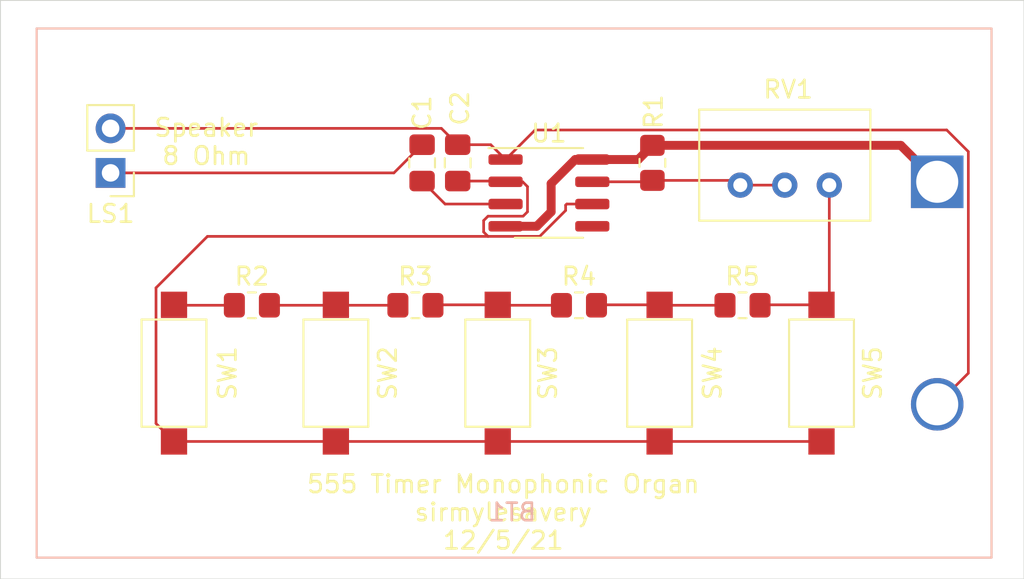
<source format=kicad_pcb>
(kicad_pcb (version 20171130) (host pcbnew "(5.1.8)-1")

  (general
    (thickness 1.6)
    (drawings 6)
    (tracks 68)
    (zones 0)
    (modules 16)
    (nets 13)
  )

  (page A4)
  (layers
    (0 F.Cu signal)
    (31 B.Cu signal)
    (32 B.Adhes user)
    (33 F.Adhes user)
    (34 B.Paste user)
    (35 F.Paste user)
    (36 B.SilkS user)
    (37 F.SilkS user)
    (38 B.Mask user)
    (39 F.Mask user)
    (40 Dwgs.User user)
    (41 Cmts.User user)
    (42 Eco1.User user)
    (43 Eco2.User user)
    (44 Edge.Cuts user)
    (45 Margin user)
    (46 B.CrtYd user)
    (47 F.CrtYd user)
    (48 B.Fab user hide)
    (49 F.Fab user hide)
  )

  (setup
    (last_trace_width 0.1524)
    (user_trace_width 0.1524)
    (user_trace_width 0.1778)
    (user_trace_width 0.254)
    (user_trace_width 0.3048)
    (user_trace_width 0.381)
    (user_trace_width 0.508)
    (user_trace_width 0.635)
    (user_trace_width 0.889)
    (user_trace_width 1.016)
    (user_trace_width 1.27)
    (user_trace_width 1.905)
    (user_trace_width 2.54)
    (trace_clearance 0.2)
    (zone_clearance 0.508)
    (zone_45_only no)
    (trace_min 0.1)
    (via_size 0.8)
    (via_drill 0.4)
    (via_min_size 0.4)
    (via_min_drill 0.3)
    (user_via 0.6096 0.3048)
    (user_via 0.6604 0.3302)
    (user_via 0.889 0.381)
    (user_via 1.397 0.635)
    (uvia_size 0.3)
    (uvia_drill 0.1)
    (uvias_allowed no)
    (uvia_min_size 0.2)
    (uvia_min_drill 0.1)
    (edge_width 0.05)
    (segment_width 0.2)
    (pcb_text_width 0.3)
    (pcb_text_size 1.5 1.5)
    (mod_edge_width 0.12)
    (mod_text_size 1 1)
    (mod_text_width 0.15)
    (pad_size 1.524 1.524)
    (pad_drill 0.762)
    (pad_to_mask_clearance 0)
    (aux_axis_origin 0 0)
    (visible_elements FFFFFF7F)
    (pcbplotparams
      (layerselection 0x010fc_ffffffff)
      (usegerberextensions false)
      (usegerberattributes true)
      (usegerberadvancedattributes true)
      (creategerberjobfile true)
      (excludeedgelayer true)
      (linewidth 0.100000)
      (plotframeref false)
      (viasonmask false)
      (mode 1)
      (useauxorigin false)
      (hpglpennumber 1)
      (hpglpenspeed 20)
      (hpglpendiameter 15.000000)
      (psnegative false)
      (psa4output false)
      (plotreference true)
      (plotvalue true)
      (plotinvisibletext false)
      (padsonsilk false)
      (subtractmaskfromsilk false)
      (outputformat 1)
      (mirror false)
      (drillshape 1)
      (scaleselection 1)
      (outputdirectory ""))
  )

  (net 0 "")
  (net 1 +9V)
  (net 2 GND)
  (net 3 "Net-(U1-Pad5)")
  (net 4 "Net-(C1-Pad2)")
  (net 5 "Net-(C1-Pad1)")
  (net 6 "Net-(C2-Pad1)")
  (net 7 "Net-(R1-Pad1)")
  (net 8 "Net-(R2-Pad2)")
  (net 9 "Net-(R2-Pad1)")
  (net 10 "Net-(R3-Pad2)")
  (net 11 "Net-(R4-Pad2)")
  (net 12 "Net-(R5-Pad2)")

  (net_class Default "This is the default net class."
    (clearance 0.2)
    (trace_width 0.25)
    (via_dia 0.8)
    (via_drill 0.4)
    (uvia_dia 0.3)
    (uvia_drill 0.1)
    (add_net +9V)
    (add_net GND)
    (add_net "Net-(C1-Pad1)")
    (add_net "Net-(C1-Pad2)")
    (add_net "Net-(C2-Pad1)")
    (add_net "Net-(R1-Pad1)")
    (add_net "Net-(R2-Pad1)")
    (add_net "Net-(R2-Pad2)")
    (add_net "Net-(R3-Pad2)")
    (add_net "Net-(R4-Pad2)")
    (add_net "Net-(R5-Pad2)")
    (add_net "Net-(U1-Pad5)")
  )

  (module Button_Switch_SMD:SW_SPST_CK_RS282G05A3 (layer F.Cu) (tedit 5A7A67D2) (tstamp 61AD39AF)
    (at 138.303 89.8525 270)
    (descr https://www.mouser.com/ds/2/60/RS-282G05A-SM_RT-1159762.pdf)
    (tags "SPST button tactile switch")
    (path /61AEA5CE)
    (attr smd)
    (fp_text reference SW5 (at 0 -2.921 90) (layer F.SilkS)
      (effects (font (size 1 1) (thickness 0.15)))
    )
    (fp_text value SW_Push (at 0 3 90) (layer F.Fab)
      (effects (font (size 1 1) (thickness 0.15)))
    )
    (fp_text user %R (at 0 -2.6 90) (layer F.Fab)
      (effects (font (size 1 1) (thickness 0.15)))
    )
    (fp_line (start -4.9 2.05) (end -4.9 -2.05) (layer F.CrtYd) (width 0.05))
    (fp_line (start 4.9 2.05) (end -4.9 2.05) (layer F.CrtYd) (width 0.05))
    (fp_line (start 4.9 -2.05) (end 4.9 2.05) (layer F.CrtYd) (width 0.05))
    (fp_line (start -4.9 -2.05) (end 4.9 -2.05) (layer F.CrtYd) (width 0.05))
    (fp_line (start -1.75 -1) (end 1.75 -1) (layer F.Fab) (width 0.1))
    (fp_line (start 1.75 -1) (end 1.75 1) (layer F.Fab) (width 0.1))
    (fp_line (start 1.75 1) (end -1.75 1) (layer F.Fab) (width 0.1))
    (fp_line (start -1.75 1) (end -1.75 -1) (layer F.Fab) (width 0.1))
    (fp_line (start -3.06 -1.85) (end 3.06 -1.85) (layer F.SilkS) (width 0.12))
    (fp_line (start 3.06 -1.85) (end 3.06 1.85) (layer F.SilkS) (width 0.12))
    (fp_line (start 3.06 1.85) (end -3.06 1.85) (layer F.SilkS) (width 0.12))
    (fp_line (start -3.06 1.85) (end -3.06 -1.85) (layer F.SilkS) (width 0.12))
    (fp_line (start -1.5 0.8) (end 1.5 0.8) (layer F.Fab) (width 0.1))
    (fp_line (start -1.5 -0.8) (end 1.5 -0.8) (layer F.Fab) (width 0.1))
    (fp_line (start 1.5 -0.8) (end 1.5 0.8) (layer F.Fab) (width 0.1))
    (fp_line (start -1.5 -0.8) (end -1.5 0.8) (layer F.Fab) (width 0.1))
    (fp_line (start -3 1.8) (end 3 1.8) (layer F.Fab) (width 0.1))
    (fp_line (start -3 -1.8) (end 3 -1.8) (layer F.Fab) (width 0.1))
    (fp_line (start -3 -1.8) (end -3 1.8) (layer F.Fab) (width 0.1))
    (fp_line (start 3 -1.8) (end 3 1.8) (layer F.Fab) (width 0.1))
    (pad 2 smd rect (at 3.9 0 270) (size 1.5 1.5) (layers F.Cu F.Paste F.Mask)
      (net 6 "Net-(C2-Pad1)"))
    (pad 1 smd rect (at -3.9 0 270) (size 1.5 1.5) (layers F.Cu F.Paste F.Mask)
      (net 12 "Net-(R5-Pad2)"))
    (model ${KISYS3DMOD}/Button_Switch_SMD.3dshapes/SW_SPST_CK_RS282G05A3.wrl
      (at (xyz 0 0 0))
      (scale (xyz 1 1 1))
      (rotate (xyz 0 0 0))
    )
  )

  (module Button_Switch_SMD:SW_SPST_CK_RS282G05A3 (layer F.Cu) (tedit 5A7A67D2) (tstamp 61AD3994)
    (at 129.06375 89.8525 270)
    (descr https://www.mouser.com/ds/2/60/RS-282G05A-SM_RT-1159762.pdf)
    (tags "SPST button tactile switch")
    (path /61AEA157)
    (attr smd)
    (fp_text reference SW4 (at 0 -3.01625 90) (layer F.SilkS)
      (effects (font (size 1 1) (thickness 0.15)))
    )
    (fp_text value SW_Push (at 0 3 90) (layer F.Fab)
      (effects (font (size 1 1) (thickness 0.15)))
    )
    (fp_text user %R (at 0 -2.6 90) (layer F.Fab)
      (effects (font (size 1 1) (thickness 0.15)))
    )
    (fp_line (start -4.9 2.05) (end -4.9 -2.05) (layer F.CrtYd) (width 0.05))
    (fp_line (start 4.9 2.05) (end -4.9 2.05) (layer F.CrtYd) (width 0.05))
    (fp_line (start 4.9 -2.05) (end 4.9 2.05) (layer F.CrtYd) (width 0.05))
    (fp_line (start -4.9 -2.05) (end 4.9 -2.05) (layer F.CrtYd) (width 0.05))
    (fp_line (start -1.75 -1) (end 1.75 -1) (layer F.Fab) (width 0.1))
    (fp_line (start 1.75 -1) (end 1.75 1) (layer F.Fab) (width 0.1))
    (fp_line (start 1.75 1) (end -1.75 1) (layer F.Fab) (width 0.1))
    (fp_line (start -1.75 1) (end -1.75 -1) (layer F.Fab) (width 0.1))
    (fp_line (start -3.06 -1.85) (end 3.06 -1.85) (layer F.SilkS) (width 0.12))
    (fp_line (start 3.06 -1.85) (end 3.06 1.85) (layer F.SilkS) (width 0.12))
    (fp_line (start 3.06 1.85) (end -3.06 1.85) (layer F.SilkS) (width 0.12))
    (fp_line (start -3.06 1.85) (end -3.06 -1.85) (layer F.SilkS) (width 0.12))
    (fp_line (start -1.5 0.8) (end 1.5 0.8) (layer F.Fab) (width 0.1))
    (fp_line (start -1.5 -0.8) (end 1.5 -0.8) (layer F.Fab) (width 0.1))
    (fp_line (start 1.5 -0.8) (end 1.5 0.8) (layer F.Fab) (width 0.1))
    (fp_line (start -1.5 -0.8) (end -1.5 0.8) (layer F.Fab) (width 0.1))
    (fp_line (start -3 1.8) (end 3 1.8) (layer F.Fab) (width 0.1))
    (fp_line (start -3 -1.8) (end 3 -1.8) (layer F.Fab) (width 0.1))
    (fp_line (start -3 -1.8) (end -3 1.8) (layer F.Fab) (width 0.1))
    (fp_line (start 3 -1.8) (end 3 1.8) (layer F.Fab) (width 0.1))
    (pad 2 smd rect (at 3.9 0 270) (size 1.5 1.5) (layers F.Cu F.Paste F.Mask)
      (net 6 "Net-(C2-Pad1)"))
    (pad 1 smd rect (at -3.9 0 270) (size 1.5 1.5) (layers F.Cu F.Paste F.Mask)
      (net 11 "Net-(R4-Pad2)"))
    (model ${KISYS3DMOD}/Button_Switch_SMD.3dshapes/SW_SPST_CK_RS282G05A3.wrl
      (at (xyz 0 0 0))
      (scale (xyz 1 1 1))
      (rotate (xyz 0 0 0))
    )
  )

  (module Button_Switch_SMD:SW_SPST_CK_RS282G05A3 (layer F.Cu) (tedit 5A7A67D2) (tstamp 61AD3979)
    (at 119.8245 89.8525 270)
    (descr https://www.mouser.com/ds/2/60/RS-282G05A-SM_RT-1159762.pdf)
    (tags "SPST button tactile switch")
    (path /61AE9E93)
    (attr smd)
    (fp_text reference SW3 (at 0 -2.8575 90) (layer F.SilkS)
      (effects (font (size 1 1) (thickness 0.15)))
    )
    (fp_text value SW_Push (at 0 3 90) (layer F.Fab)
      (effects (font (size 1 1) (thickness 0.15)))
    )
    (fp_text user %R (at 0 -2.6 90) (layer F.Fab)
      (effects (font (size 1 1) (thickness 0.15)))
    )
    (fp_line (start -4.9 2.05) (end -4.9 -2.05) (layer F.CrtYd) (width 0.05))
    (fp_line (start 4.9 2.05) (end -4.9 2.05) (layer F.CrtYd) (width 0.05))
    (fp_line (start 4.9 -2.05) (end 4.9 2.05) (layer F.CrtYd) (width 0.05))
    (fp_line (start -4.9 -2.05) (end 4.9 -2.05) (layer F.CrtYd) (width 0.05))
    (fp_line (start -1.75 -1) (end 1.75 -1) (layer F.Fab) (width 0.1))
    (fp_line (start 1.75 -1) (end 1.75 1) (layer F.Fab) (width 0.1))
    (fp_line (start 1.75 1) (end -1.75 1) (layer F.Fab) (width 0.1))
    (fp_line (start -1.75 1) (end -1.75 -1) (layer F.Fab) (width 0.1))
    (fp_line (start -3.06 -1.85) (end 3.06 -1.85) (layer F.SilkS) (width 0.12))
    (fp_line (start 3.06 -1.85) (end 3.06 1.85) (layer F.SilkS) (width 0.12))
    (fp_line (start 3.06 1.85) (end -3.06 1.85) (layer F.SilkS) (width 0.12))
    (fp_line (start -3.06 1.85) (end -3.06 -1.85) (layer F.SilkS) (width 0.12))
    (fp_line (start -1.5 0.8) (end 1.5 0.8) (layer F.Fab) (width 0.1))
    (fp_line (start -1.5 -0.8) (end 1.5 -0.8) (layer F.Fab) (width 0.1))
    (fp_line (start 1.5 -0.8) (end 1.5 0.8) (layer F.Fab) (width 0.1))
    (fp_line (start -1.5 -0.8) (end -1.5 0.8) (layer F.Fab) (width 0.1))
    (fp_line (start -3 1.8) (end 3 1.8) (layer F.Fab) (width 0.1))
    (fp_line (start -3 -1.8) (end 3 -1.8) (layer F.Fab) (width 0.1))
    (fp_line (start -3 -1.8) (end -3 1.8) (layer F.Fab) (width 0.1))
    (fp_line (start 3 -1.8) (end 3 1.8) (layer F.Fab) (width 0.1))
    (pad 2 smd rect (at 3.9 0 270) (size 1.5 1.5) (layers F.Cu F.Paste F.Mask)
      (net 6 "Net-(C2-Pad1)"))
    (pad 1 smd rect (at -3.9 0 270) (size 1.5 1.5) (layers F.Cu F.Paste F.Mask)
      (net 10 "Net-(R3-Pad2)"))
    (model ${KISYS3DMOD}/Button_Switch_SMD.3dshapes/SW_SPST_CK_RS282G05A3.wrl
      (at (xyz 0 0 0))
      (scale (xyz 1 1 1))
      (rotate (xyz 0 0 0))
    )
  )

  (module Button_Switch_SMD:SW_SPST_CK_RS282G05A3 (layer F.Cu) (tedit 5A7A67D2) (tstamp 61AD395E)
    (at 110.58525 89.8525 270)
    (descr https://www.mouser.com/ds/2/60/RS-282G05A-SM_RT-1159762.pdf)
    (tags "SPST button tactile switch")
    (path /61AE9BCD)
    (attr smd)
    (fp_text reference SW2 (at 0 -2.95275 90) (layer F.SilkS)
      (effects (font (size 1 1) (thickness 0.15)))
    )
    (fp_text value SW_Push (at 0 3 90) (layer F.Fab)
      (effects (font (size 1 1) (thickness 0.15)))
    )
    (fp_text user %R (at 0 -2.6 90) (layer F.Fab)
      (effects (font (size 1 1) (thickness 0.15)))
    )
    (fp_line (start -4.9 2.05) (end -4.9 -2.05) (layer F.CrtYd) (width 0.05))
    (fp_line (start 4.9 2.05) (end -4.9 2.05) (layer F.CrtYd) (width 0.05))
    (fp_line (start 4.9 -2.05) (end 4.9 2.05) (layer F.CrtYd) (width 0.05))
    (fp_line (start -4.9 -2.05) (end 4.9 -2.05) (layer F.CrtYd) (width 0.05))
    (fp_line (start -1.75 -1) (end 1.75 -1) (layer F.Fab) (width 0.1))
    (fp_line (start 1.75 -1) (end 1.75 1) (layer F.Fab) (width 0.1))
    (fp_line (start 1.75 1) (end -1.75 1) (layer F.Fab) (width 0.1))
    (fp_line (start -1.75 1) (end -1.75 -1) (layer F.Fab) (width 0.1))
    (fp_line (start -3.06 -1.85) (end 3.06 -1.85) (layer F.SilkS) (width 0.12))
    (fp_line (start 3.06 -1.85) (end 3.06 1.85) (layer F.SilkS) (width 0.12))
    (fp_line (start 3.06 1.85) (end -3.06 1.85) (layer F.SilkS) (width 0.12))
    (fp_line (start -3.06 1.85) (end -3.06 -1.85) (layer F.SilkS) (width 0.12))
    (fp_line (start -1.5 0.8) (end 1.5 0.8) (layer F.Fab) (width 0.1))
    (fp_line (start -1.5 -0.8) (end 1.5 -0.8) (layer F.Fab) (width 0.1))
    (fp_line (start 1.5 -0.8) (end 1.5 0.8) (layer F.Fab) (width 0.1))
    (fp_line (start -1.5 -0.8) (end -1.5 0.8) (layer F.Fab) (width 0.1))
    (fp_line (start -3 1.8) (end 3 1.8) (layer F.Fab) (width 0.1))
    (fp_line (start -3 -1.8) (end 3 -1.8) (layer F.Fab) (width 0.1))
    (fp_line (start -3 -1.8) (end -3 1.8) (layer F.Fab) (width 0.1))
    (fp_line (start 3 -1.8) (end 3 1.8) (layer F.Fab) (width 0.1))
    (pad 2 smd rect (at 3.9 0 270) (size 1.5 1.5) (layers F.Cu F.Paste F.Mask)
      (net 6 "Net-(C2-Pad1)"))
    (pad 1 smd rect (at -3.9 0 270) (size 1.5 1.5) (layers F.Cu F.Paste F.Mask)
      (net 8 "Net-(R2-Pad2)"))
    (model ${KISYS3DMOD}/Button_Switch_SMD.3dshapes/SW_SPST_CK_RS282G05A3.wrl
      (at (xyz 0 0 0))
      (scale (xyz 1 1 1))
      (rotate (xyz 0 0 0))
    )
  )

  (module Potentiometer_THT:Potentiometer_Bourns_3299W_Vertical (layer F.Cu) (tedit 5A3D4994) (tstamp 61AD390F)
    (at 133.6675 79.121 180)
    (descr "Potentiometer, vertical, Bourns 3299W, https://www.bourns.com/pdfs/3299.pdf")
    (tags "Potentiometer vertical Bourns 3299W")
    (path /61AE80A5)
    (fp_text reference RV1 (at -2.7305 5.461) (layer F.SilkS)
      (effects (font (size 1 1) (thickness 0.15)))
    )
    (fp_text value 10K (at -2.54 5.44) (layer F.Fab)
      (effects (font (size 1 1) (thickness 0.15)))
    )
    (fp_text user %R (at -3.175 1.14) (layer F.Fab)
      (effects (font (size 1 1) (thickness 0.15)))
    )
    (fp_circle (center 0.955 2.92) (end 2.05 2.92) (layer F.Fab) (width 0.1))
    (fp_line (start -7.305 -1.91) (end -7.305 4.19) (layer F.Fab) (width 0.1))
    (fp_line (start -7.305 4.19) (end 2.225 4.19) (layer F.Fab) (width 0.1))
    (fp_line (start 2.225 4.19) (end 2.225 -1.91) (layer F.Fab) (width 0.1))
    (fp_line (start 2.225 -1.91) (end -7.305 -1.91) (layer F.Fab) (width 0.1))
    (fp_line (start 0.955 4.005) (end 0.956 1.836) (layer F.Fab) (width 0.1))
    (fp_line (start 0.955 4.005) (end 0.956 1.836) (layer F.Fab) (width 0.1))
    (fp_line (start -7.425 -2.03) (end 2.345 -2.03) (layer F.SilkS) (width 0.12))
    (fp_line (start -7.425 4.31) (end 2.345 4.31) (layer F.SilkS) (width 0.12))
    (fp_line (start -7.425 -2.03) (end -7.425 4.31) (layer F.SilkS) (width 0.12))
    (fp_line (start 2.345 -2.03) (end 2.345 4.31) (layer F.SilkS) (width 0.12))
    (fp_line (start -7.6 -2.2) (end -7.6 4.45) (layer F.CrtYd) (width 0.05))
    (fp_line (start -7.6 4.45) (end 2.5 4.45) (layer F.CrtYd) (width 0.05))
    (fp_line (start 2.5 4.45) (end 2.5 -2.2) (layer F.CrtYd) (width 0.05))
    (fp_line (start 2.5 -2.2) (end -7.6 -2.2) (layer F.CrtYd) (width 0.05))
    (pad 3 thru_hole circle (at -5.08 0 180) (size 1.44 1.44) (drill 0.8) (layers *.Cu *.Mask)
      (net 12 "Net-(R5-Pad2)"))
    (pad 2 thru_hole circle (at -2.54 0 180) (size 1.44 1.44) (drill 0.8) (layers *.Cu *.Mask)
      (net 7 "Net-(R1-Pad1)"))
    (pad 1 thru_hole circle (at 0 0 180) (size 1.44 1.44) (drill 0.8) (layers *.Cu *.Mask)
      (net 7 "Net-(R1-Pad1)"))
    (model ${KISYS3DMOD}/Potentiometer_THT.3dshapes/Potentiometer_Bourns_3299W_Vertical.wrl
      (at (xyz 0 0 0))
      (scale (xyz 1 1 1))
      (rotate (xyz 0 0 0))
    )
  )

  (module Resistor_SMD:R_0805_2012Metric_Pad1.20x1.40mm_HandSolder (layer F.Cu) (tedit 5F68FEEE) (tstamp 61AD38F8)
    (at 133.7945 85.979)
    (descr "Resistor SMD 0805 (2012 Metric), square (rectangular) end terminal, IPC_7351 nominal with elongated pad for handsoldering. (Body size source: IPC-SM-782 page 72, https://www.pcb-3d.com/wordpress/wp-content/uploads/ipc-sm-782a_amendment_1_and_2.pdf), generated with kicad-footprint-generator")
    (tags "resistor handsolder")
    (path /61AF2669)
    (attr smd)
    (fp_text reference R5 (at 0 -1.65) (layer F.SilkS)
      (effects (font (size 1 1) (thickness 0.15)))
    )
    (fp_text value 1k (at 0 1.65) (layer F.Fab)
      (effects (font (size 1 1) (thickness 0.15)))
    )
    (fp_text user %R (at 0 0) (layer F.Fab)
      (effects (font (size 0.5 0.5) (thickness 0.08)))
    )
    (fp_line (start -1 0.625) (end -1 -0.625) (layer F.Fab) (width 0.1))
    (fp_line (start -1 -0.625) (end 1 -0.625) (layer F.Fab) (width 0.1))
    (fp_line (start 1 -0.625) (end 1 0.625) (layer F.Fab) (width 0.1))
    (fp_line (start 1 0.625) (end -1 0.625) (layer F.Fab) (width 0.1))
    (fp_line (start -0.227064 -0.735) (end 0.227064 -0.735) (layer F.SilkS) (width 0.12))
    (fp_line (start -0.227064 0.735) (end 0.227064 0.735) (layer F.SilkS) (width 0.12))
    (fp_line (start -1.85 0.95) (end -1.85 -0.95) (layer F.CrtYd) (width 0.05))
    (fp_line (start -1.85 -0.95) (end 1.85 -0.95) (layer F.CrtYd) (width 0.05))
    (fp_line (start 1.85 -0.95) (end 1.85 0.95) (layer F.CrtYd) (width 0.05))
    (fp_line (start 1.85 0.95) (end -1.85 0.95) (layer F.CrtYd) (width 0.05))
    (pad 2 smd roundrect (at 1 0) (size 1.2 1.4) (layers F.Cu F.Paste F.Mask) (roundrect_rratio 0.208333)
      (net 12 "Net-(R5-Pad2)"))
    (pad 1 smd roundrect (at -1 0) (size 1.2 1.4) (layers F.Cu F.Paste F.Mask) (roundrect_rratio 0.208333)
      (net 11 "Net-(R4-Pad2)"))
    (model ${KISYS3DMOD}/Resistor_SMD.3dshapes/R_0805_2012Metric.wrl
      (at (xyz 0 0 0))
      (scale (xyz 1 1 1))
      (rotate (xyz 0 0 0))
    )
  )

  (module Resistor_SMD:R_0805_2012Metric_Pad1.20x1.40mm_HandSolder (layer F.Cu) (tedit 5F68FEEE) (tstamp 61AD38E7)
    (at 124.46 85.979)
    (descr "Resistor SMD 0805 (2012 Metric), square (rectangular) end terminal, IPC_7351 nominal with elongated pad for handsoldering. (Body size source: IPC-SM-782 page 72, https://www.pcb-3d.com/wordpress/wp-content/uploads/ipc-sm-782a_amendment_1_and_2.pdf), generated with kicad-footprint-generator")
    (tags "resistor handsolder")
    (path /61AF0B23)
    (attr smd)
    (fp_text reference R4 (at 0 -1.65) (layer F.SilkS)
      (effects (font (size 1 1) (thickness 0.15)))
    )
    (fp_text value 1k (at 0 1.65) (layer F.Fab)
      (effects (font (size 1 1) (thickness 0.15)))
    )
    (fp_text user %R (at 0 0) (layer F.Fab)
      (effects (font (size 0.5 0.5) (thickness 0.08)))
    )
    (fp_line (start -1 0.625) (end -1 -0.625) (layer F.Fab) (width 0.1))
    (fp_line (start -1 -0.625) (end 1 -0.625) (layer F.Fab) (width 0.1))
    (fp_line (start 1 -0.625) (end 1 0.625) (layer F.Fab) (width 0.1))
    (fp_line (start 1 0.625) (end -1 0.625) (layer F.Fab) (width 0.1))
    (fp_line (start -0.227064 -0.735) (end 0.227064 -0.735) (layer F.SilkS) (width 0.12))
    (fp_line (start -0.227064 0.735) (end 0.227064 0.735) (layer F.SilkS) (width 0.12))
    (fp_line (start -1.85 0.95) (end -1.85 -0.95) (layer F.CrtYd) (width 0.05))
    (fp_line (start -1.85 -0.95) (end 1.85 -0.95) (layer F.CrtYd) (width 0.05))
    (fp_line (start 1.85 -0.95) (end 1.85 0.95) (layer F.CrtYd) (width 0.05))
    (fp_line (start 1.85 0.95) (end -1.85 0.95) (layer F.CrtYd) (width 0.05))
    (pad 2 smd roundrect (at 1 0) (size 1.2 1.4) (layers F.Cu F.Paste F.Mask) (roundrect_rratio 0.208333)
      (net 11 "Net-(R4-Pad2)"))
    (pad 1 smd roundrect (at -1 0) (size 1.2 1.4) (layers F.Cu F.Paste F.Mask) (roundrect_rratio 0.208333)
      (net 10 "Net-(R3-Pad2)"))
    (model ${KISYS3DMOD}/Resistor_SMD.3dshapes/R_0805_2012Metric.wrl
      (at (xyz 0 0 0))
      (scale (xyz 1 1 1))
      (rotate (xyz 0 0 0))
    )
  )

  (module Resistor_SMD:R_0805_2012Metric_Pad1.20x1.40mm_HandSolder (layer F.Cu) (tedit 5F68FEEE) (tstamp 61AD38D6)
    (at 115.1255 85.979)
    (descr "Resistor SMD 0805 (2012 Metric), square (rectangular) end terminal, IPC_7351 nominal with elongated pad for handsoldering. (Body size source: IPC-SM-782 page 72, https://www.pcb-3d.com/wordpress/wp-content/uploads/ipc-sm-782a_amendment_1_and_2.pdf), generated with kicad-footprint-generator")
    (tags "resistor handsolder")
    (path /61AF06A3)
    (attr smd)
    (fp_text reference R3 (at 0 -1.65) (layer F.SilkS)
      (effects (font (size 1 1) (thickness 0.15)))
    )
    (fp_text value 1k (at 0 1.65) (layer F.Fab)
      (effects (font (size 1 1) (thickness 0.15)))
    )
    (fp_text user %R (at 0 0) (layer F.Fab)
      (effects (font (size 0.5 0.5) (thickness 0.08)))
    )
    (fp_line (start -1 0.625) (end -1 -0.625) (layer F.Fab) (width 0.1))
    (fp_line (start -1 -0.625) (end 1 -0.625) (layer F.Fab) (width 0.1))
    (fp_line (start 1 -0.625) (end 1 0.625) (layer F.Fab) (width 0.1))
    (fp_line (start 1 0.625) (end -1 0.625) (layer F.Fab) (width 0.1))
    (fp_line (start -0.227064 -0.735) (end 0.227064 -0.735) (layer F.SilkS) (width 0.12))
    (fp_line (start -0.227064 0.735) (end 0.227064 0.735) (layer F.SilkS) (width 0.12))
    (fp_line (start -1.85 0.95) (end -1.85 -0.95) (layer F.CrtYd) (width 0.05))
    (fp_line (start -1.85 -0.95) (end 1.85 -0.95) (layer F.CrtYd) (width 0.05))
    (fp_line (start 1.85 -0.95) (end 1.85 0.95) (layer F.CrtYd) (width 0.05))
    (fp_line (start 1.85 0.95) (end -1.85 0.95) (layer F.CrtYd) (width 0.05))
    (pad 2 smd roundrect (at 1 0) (size 1.2 1.4) (layers F.Cu F.Paste F.Mask) (roundrect_rratio 0.208333)
      (net 10 "Net-(R3-Pad2)"))
    (pad 1 smd roundrect (at -1 0) (size 1.2 1.4) (layers F.Cu F.Paste F.Mask) (roundrect_rratio 0.208333)
      (net 8 "Net-(R2-Pad2)"))
    (model ${KISYS3DMOD}/Resistor_SMD.3dshapes/R_0805_2012Metric.wrl
      (at (xyz 0 0 0))
      (scale (xyz 1 1 1))
      (rotate (xyz 0 0 0))
    )
  )

  (module Resistor_SMD:R_0805_2012Metric_Pad1.20x1.40mm_HandSolder (layer F.Cu) (tedit 5F68FEEE) (tstamp 61AD38C5)
    (at 105.791 85.979)
    (descr "Resistor SMD 0805 (2012 Metric), square (rectangular) end terminal, IPC_7351 nominal with elongated pad for handsoldering. (Body size source: IPC-SM-782 page 72, https://www.pcb-3d.com/wordpress/wp-content/uploads/ipc-sm-782a_amendment_1_and_2.pdf), generated with kicad-footprint-generator")
    (tags "resistor handsolder")
    (path /61ADF362)
    (attr smd)
    (fp_text reference R2 (at 0 -1.65) (layer F.SilkS)
      (effects (font (size 1 1) (thickness 0.15)))
    )
    (fp_text value 1k (at 0 1.65) (layer F.Fab)
      (effects (font (size 1 1) (thickness 0.15)))
    )
    (fp_text user %R (at 0 0) (layer F.Fab)
      (effects (font (size 0.5 0.5) (thickness 0.08)))
    )
    (fp_line (start -1 0.625) (end -1 -0.625) (layer F.Fab) (width 0.1))
    (fp_line (start -1 -0.625) (end 1 -0.625) (layer F.Fab) (width 0.1))
    (fp_line (start 1 -0.625) (end 1 0.625) (layer F.Fab) (width 0.1))
    (fp_line (start 1 0.625) (end -1 0.625) (layer F.Fab) (width 0.1))
    (fp_line (start -0.227064 -0.735) (end 0.227064 -0.735) (layer F.SilkS) (width 0.12))
    (fp_line (start -0.227064 0.735) (end 0.227064 0.735) (layer F.SilkS) (width 0.12))
    (fp_line (start -1.85 0.95) (end -1.85 -0.95) (layer F.CrtYd) (width 0.05))
    (fp_line (start -1.85 -0.95) (end 1.85 -0.95) (layer F.CrtYd) (width 0.05))
    (fp_line (start 1.85 -0.95) (end 1.85 0.95) (layer F.CrtYd) (width 0.05))
    (fp_line (start 1.85 0.95) (end -1.85 0.95) (layer F.CrtYd) (width 0.05))
    (pad 2 smd roundrect (at 1 0) (size 1.2 1.4) (layers F.Cu F.Paste F.Mask) (roundrect_rratio 0.208333)
      (net 8 "Net-(R2-Pad2)"))
    (pad 1 smd roundrect (at -1 0) (size 1.2 1.4) (layers F.Cu F.Paste F.Mask) (roundrect_rratio 0.208333)
      (net 9 "Net-(R2-Pad1)"))
    (model ${KISYS3DMOD}/Resistor_SMD.3dshapes/R_0805_2012Metric.wrl
      (at (xyz 0 0 0))
      (scale (xyz 1 1 1))
      (rotate (xyz 0 0 0))
    )
  )

  (module Resistor_SMD:R_0805_2012Metric_Pad1.20x1.40mm_HandSolder (layer F.Cu) (tedit 5F68FEEE) (tstamp 61AD38B4)
    (at 128.651 77.851 90)
    (descr "Resistor SMD 0805 (2012 Metric), square (rectangular) end terminal, IPC_7351 nominal with elongated pad for handsoldering. (Body size source: IPC-SM-782 page 72, https://www.pcb-3d.com/wordpress/wp-content/uploads/ipc-sm-782a_amendment_1_and_2.pdf), generated with kicad-footprint-generator")
    (tags "resistor handsolder")
    (path /61AD6473)
    (attr smd)
    (fp_text reference R1 (at 2.921 0.0635 90) (layer F.SilkS)
      (effects (font (size 1 1) (thickness 0.15)))
    )
    (fp_text value 4.7k (at 0 1.65 90) (layer F.Fab)
      (effects (font (size 1 1) (thickness 0.15)))
    )
    (fp_text user %R (at 0 0 90) (layer F.Fab)
      (effects (font (size 0.5 0.5) (thickness 0.08)))
    )
    (fp_line (start -1 0.625) (end -1 -0.625) (layer F.Fab) (width 0.1))
    (fp_line (start -1 -0.625) (end 1 -0.625) (layer F.Fab) (width 0.1))
    (fp_line (start 1 -0.625) (end 1 0.625) (layer F.Fab) (width 0.1))
    (fp_line (start 1 0.625) (end -1 0.625) (layer F.Fab) (width 0.1))
    (fp_line (start -0.227064 -0.735) (end 0.227064 -0.735) (layer F.SilkS) (width 0.12))
    (fp_line (start -0.227064 0.735) (end 0.227064 0.735) (layer F.SilkS) (width 0.12))
    (fp_line (start -1.85 0.95) (end -1.85 -0.95) (layer F.CrtYd) (width 0.05))
    (fp_line (start -1.85 -0.95) (end 1.85 -0.95) (layer F.CrtYd) (width 0.05))
    (fp_line (start 1.85 -0.95) (end 1.85 0.95) (layer F.CrtYd) (width 0.05))
    (fp_line (start 1.85 0.95) (end -1.85 0.95) (layer F.CrtYd) (width 0.05))
    (pad 2 smd roundrect (at 1 0 90) (size 1.2 1.4) (layers F.Cu F.Paste F.Mask) (roundrect_rratio 0.208333)
      (net 1 +9V))
    (pad 1 smd roundrect (at -1 0 90) (size 1.2 1.4) (layers F.Cu F.Paste F.Mask) (roundrect_rratio 0.208333)
      (net 7 "Net-(R1-Pad1)"))
    (model ${KISYS3DMOD}/Resistor_SMD.3dshapes/R_0805_2012Metric.wrl
      (at (xyz 0 0 0))
      (scale (xyz 1 1 1))
      (rotate (xyz 0 0 0))
    )
  )

  (module Connector_PinHeader_2.54mm:PinHeader_1x02_P2.54mm_Vertical (layer F.Cu) (tedit 59FED5CC) (tstamp 61AD38A3)
    (at 97.7265 78.4225 180)
    (descr "Through hole straight pin header, 1x02, 2.54mm pitch, single row")
    (tags "Through hole pin header THT 1x02 2.54mm single row")
    (path /61AD7D6D)
    (fp_text reference LS1 (at 0 -2.33) (layer F.SilkS)
      (effects (font (size 1 1) (thickness 0.15)))
    )
    (fp_text value Speaker (at 0 4.87) (layer F.Fab)
      (effects (font (size 1 1) (thickness 0.15)))
    )
    (fp_text user %R (at 0 1.27 90) (layer F.Fab)
      (effects (font (size 1 1) (thickness 0.15)))
    )
    (fp_line (start -0.635 -1.27) (end 1.27 -1.27) (layer F.Fab) (width 0.1))
    (fp_line (start 1.27 -1.27) (end 1.27 3.81) (layer F.Fab) (width 0.1))
    (fp_line (start 1.27 3.81) (end -1.27 3.81) (layer F.Fab) (width 0.1))
    (fp_line (start -1.27 3.81) (end -1.27 -0.635) (layer F.Fab) (width 0.1))
    (fp_line (start -1.27 -0.635) (end -0.635 -1.27) (layer F.Fab) (width 0.1))
    (fp_line (start -1.33 3.87) (end 1.33 3.87) (layer F.SilkS) (width 0.12))
    (fp_line (start -1.33 1.27) (end -1.33 3.87) (layer F.SilkS) (width 0.12))
    (fp_line (start 1.33 1.27) (end 1.33 3.87) (layer F.SilkS) (width 0.12))
    (fp_line (start -1.33 1.27) (end 1.33 1.27) (layer F.SilkS) (width 0.12))
    (fp_line (start -1.33 0) (end -1.33 -1.33) (layer F.SilkS) (width 0.12))
    (fp_line (start -1.33 -1.33) (end 0 -1.33) (layer F.SilkS) (width 0.12))
    (fp_line (start -1.8 -1.8) (end -1.8 4.35) (layer F.CrtYd) (width 0.05))
    (fp_line (start -1.8 4.35) (end 1.8 4.35) (layer F.CrtYd) (width 0.05))
    (fp_line (start 1.8 4.35) (end 1.8 -1.8) (layer F.CrtYd) (width 0.05))
    (fp_line (start 1.8 -1.8) (end -1.8 -1.8) (layer F.CrtYd) (width 0.05))
    (pad 2 thru_hole oval (at 0 2.54 180) (size 1.7 1.7) (drill 1) (layers *.Cu *.Mask)
      (net 2 GND))
    (pad 1 thru_hole rect (at 0 0 180) (size 1.7 1.7) (drill 1) (layers *.Cu *.Mask)
      (net 4 "Net-(C1-Pad2)"))
    (model ${KISYS3DMOD}/Connector_PinHeader_2.54mm.3dshapes/PinHeader_1x02_P2.54mm_Vertical.wrl
      (at (xyz 0 0 0))
      (scale (xyz 1 1 1))
      (rotate (xyz 0 0 0))
    )
  )

  (module Capacitor_SMD:C_0805_2012Metric_Pad1.18x1.45mm_HandSolder (layer F.Cu) (tedit 5F68FEEF) (tstamp 61AD388D)
    (at 117.5385 77.851 90)
    (descr "Capacitor SMD 0805 (2012 Metric), square (rectangular) end terminal, IPC_7351 nominal with elongated pad for handsoldering. (Body size source: IPC-SM-782 page 76, https://www.pcb-3d.com/wordpress/wp-content/uploads/ipc-sm-782a_amendment_1_and_2.pdf, https://docs.google.com/spreadsheets/d/1BsfQQcO9C6DZCsRaXUlFlo91Tg2WpOkGARC1WS5S8t0/edit?usp=sharing), generated with kicad-footprint-generator")
    (tags "capacitor handsolder")
    (path /61AD7837)
    (attr smd)
    (fp_text reference C2 (at 3.1115 0.127 90) (layer F.SilkS)
      (effects (font (size 1 1) (thickness 0.15)))
    )
    (fp_text value 100nF (at 0 1.68 90) (layer F.Fab)
      (effects (font (size 1 1) (thickness 0.15)))
    )
    (fp_text user %R (at 0 0 90) (layer F.Fab)
      (effects (font (size 0.5 0.5) (thickness 0.08)))
    )
    (fp_line (start -1 0.625) (end -1 -0.625) (layer F.Fab) (width 0.1))
    (fp_line (start -1 -0.625) (end 1 -0.625) (layer F.Fab) (width 0.1))
    (fp_line (start 1 -0.625) (end 1 0.625) (layer F.Fab) (width 0.1))
    (fp_line (start 1 0.625) (end -1 0.625) (layer F.Fab) (width 0.1))
    (fp_line (start -0.261252 -0.735) (end 0.261252 -0.735) (layer F.SilkS) (width 0.12))
    (fp_line (start -0.261252 0.735) (end 0.261252 0.735) (layer F.SilkS) (width 0.12))
    (fp_line (start -1.88 0.98) (end -1.88 -0.98) (layer F.CrtYd) (width 0.05))
    (fp_line (start -1.88 -0.98) (end 1.88 -0.98) (layer F.CrtYd) (width 0.05))
    (fp_line (start 1.88 -0.98) (end 1.88 0.98) (layer F.CrtYd) (width 0.05))
    (fp_line (start 1.88 0.98) (end -1.88 0.98) (layer F.CrtYd) (width 0.05))
    (pad 2 smd roundrect (at 1.0375 0 90) (size 1.175 1.45) (layers F.Cu F.Paste F.Mask) (roundrect_rratio 0.212766)
      (net 2 GND))
    (pad 1 smd roundrect (at -1.0375 0 90) (size 1.175 1.45) (layers F.Cu F.Paste F.Mask) (roundrect_rratio 0.212766)
      (net 6 "Net-(C2-Pad1)"))
    (model ${KISYS3DMOD}/Capacitor_SMD.3dshapes/C_0805_2012Metric.wrl
      (at (xyz 0 0 0))
      (scale (xyz 1 1 1))
      (rotate (xyz 0 0 0))
    )
  )

  (module Capacitor_SMD:C_0805_2012Metric_Pad1.18x1.45mm_HandSolder (layer F.Cu) (tedit 5F68FEEF) (tstamp 61AD387C)
    (at 115.5065 77.851 90)
    (descr "Capacitor SMD 0805 (2012 Metric), square (rectangular) end terminal, IPC_7351 nominal with elongated pad for handsoldering. (Body size source: IPC-SM-782 page 76, https://www.pcb-3d.com/wordpress/wp-content/uploads/ipc-sm-782a_amendment_1_and_2.pdf, https://docs.google.com/spreadsheets/d/1BsfQQcO9C6DZCsRaXUlFlo91Tg2WpOkGARC1WS5S8t0/edit?usp=sharing), generated with kicad-footprint-generator")
    (tags "capacitor handsolder")
    (path /61AD8E39)
    (attr smd)
    (fp_text reference C1 (at 2.8575 0 90) (layer F.SilkS)
      (effects (font (size 1 1) (thickness 0.15)))
    )
    (fp_text value 10uF (at 0 1.68 90) (layer F.Fab)
      (effects (font (size 1 1) (thickness 0.15)))
    )
    (fp_text user %R (at 0 0 90) (layer F.Fab)
      (effects (font (size 0.5 0.5) (thickness 0.08)))
    )
    (fp_line (start -1 0.625) (end -1 -0.625) (layer F.Fab) (width 0.1))
    (fp_line (start -1 -0.625) (end 1 -0.625) (layer F.Fab) (width 0.1))
    (fp_line (start 1 -0.625) (end 1 0.625) (layer F.Fab) (width 0.1))
    (fp_line (start 1 0.625) (end -1 0.625) (layer F.Fab) (width 0.1))
    (fp_line (start -0.261252 -0.735) (end 0.261252 -0.735) (layer F.SilkS) (width 0.12))
    (fp_line (start -0.261252 0.735) (end 0.261252 0.735) (layer F.SilkS) (width 0.12))
    (fp_line (start -1.88 0.98) (end -1.88 -0.98) (layer F.CrtYd) (width 0.05))
    (fp_line (start -1.88 -0.98) (end 1.88 -0.98) (layer F.CrtYd) (width 0.05))
    (fp_line (start 1.88 -0.98) (end 1.88 0.98) (layer F.CrtYd) (width 0.05))
    (fp_line (start 1.88 0.98) (end -1.88 0.98) (layer F.CrtYd) (width 0.05))
    (pad 2 smd roundrect (at 1.0375 0 90) (size 1.175 1.45) (layers F.Cu F.Paste F.Mask) (roundrect_rratio 0.212766)
      (net 4 "Net-(C1-Pad2)"))
    (pad 1 smd roundrect (at -1.0375 0 90) (size 1.175 1.45) (layers F.Cu F.Paste F.Mask) (roundrect_rratio 0.212766)
      (net 5 "Net-(C1-Pad1)"))
    (model ${KISYS3DMOD}/Capacitor_SMD.3dshapes/C_0805_2012Metric.wrl
      (at (xyz 0 0 0))
      (scale (xyz 1 1 1))
      (rotate (xyz 0 0 0))
    )
  )

  (module Package_SO:SOIC-8_3.9x4.9mm_P1.27mm (layer F.Cu) (tedit 5D9F72B1) (tstamp 61AD2A17)
    (at 122.7455 79.5655)
    (descr "SOIC, 8 Pin (JEDEC MS-012AA, https://www.analog.com/media/en/package-pcb-resources/package/pkg_pdf/soic_narrow-r/r_8.pdf), generated with kicad-footprint-generator ipc_gullwing_generator.py")
    (tags "SOIC SO")
    (path /61AD1C24)
    (attr smd)
    (fp_text reference U1 (at 0 -3.4) (layer F.SilkS)
      (effects (font (size 1 1) (thickness 0.15)))
    )
    (fp_text value NE555D (at 0 3.4) (layer F.Fab)
      (effects (font (size 1 1) (thickness 0.15)))
    )
    (fp_text user %R (at 0 0) (layer F.Fab)
      (effects (font (size 0.98 0.98) (thickness 0.15)))
    )
    (fp_line (start 0 2.56) (end 1.95 2.56) (layer F.SilkS) (width 0.12))
    (fp_line (start 0 2.56) (end -1.95 2.56) (layer F.SilkS) (width 0.12))
    (fp_line (start 0 -2.56) (end 1.95 -2.56) (layer F.SilkS) (width 0.12))
    (fp_line (start 0 -2.56) (end -3.45 -2.56) (layer F.SilkS) (width 0.12))
    (fp_line (start -0.975 -2.45) (end 1.95 -2.45) (layer F.Fab) (width 0.1))
    (fp_line (start 1.95 -2.45) (end 1.95 2.45) (layer F.Fab) (width 0.1))
    (fp_line (start 1.95 2.45) (end -1.95 2.45) (layer F.Fab) (width 0.1))
    (fp_line (start -1.95 2.45) (end -1.95 -1.475) (layer F.Fab) (width 0.1))
    (fp_line (start -1.95 -1.475) (end -0.975 -2.45) (layer F.Fab) (width 0.1))
    (fp_line (start -3.7 -2.7) (end -3.7 2.7) (layer F.CrtYd) (width 0.05))
    (fp_line (start -3.7 2.7) (end 3.7 2.7) (layer F.CrtYd) (width 0.05))
    (fp_line (start 3.7 2.7) (end 3.7 -2.7) (layer F.CrtYd) (width 0.05))
    (fp_line (start 3.7 -2.7) (end -3.7 -2.7) (layer F.CrtYd) (width 0.05))
    (pad 8 smd roundrect (at 2.475 -1.905) (size 1.95 0.6) (layers F.Cu F.Paste F.Mask) (roundrect_rratio 0.25)
      (net 1 +9V))
    (pad 7 smd roundrect (at 2.475 -0.635) (size 1.95 0.6) (layers F.Cu F.Paste F.Mask) (roundrect_rratio 0.25)
      (net 7 "Net-(R1-Pad1)"))
    (pad 6 smd roundrect (at 2.475 0.635) (size 1.95 0.6) (layers F.Cu F.Paste F.Mask) (roundrect_rratio 0.25)
      (net 6 "Net-(C2-Pad1)"))
    (pad 5 smd roundrect (at 2.475 1.905) (size 1.95 0.6) (layers F.Cu F.Paste F.Mask) (roundrect_rratio 0.25)
      (net 3 "Net-(U1-Pad5)"))
    (pad 4 smd roundrect (at -2.475 1.905) (size 1.95 0.6) (layers F.Cu F.Paste F.Mask) (roundrect_rratio 0.25)
      (net 1 +9V))
    (pad 3 smd roundrect (at -2.475 0.635) (size 1.95 0.6) (layers F.Cu F.Paste F.Mask) (roundrect_rratio 0.25)
      (net 5 "Net-(C1-Pad1)"))
    (pad 2 smd roundrect (at -2.475 -0.635) (size 1.95 0.6) (layers F.Cu F.Paste F.Mask) (roundrect_rratio 0.25)
      (net 6 "Net-(C2-Pad1)"))
    (pad 1 smd roundrect (at -2.475 -1.905) (size 1.95 0.6) (layers F.Cu F.Paste F.Mask) (roundrect_rratio 0.25)
      (net 2 GND))
    (model ${KISYS3DMOD}/Package_SO.3dshapes/SOIC-8_3.9x4.9mm_P1.27mm.wrl
      (at (xyz 0 0 0))
      (scale (xyz 1 1 1))
      (rotate (xyz 0 0 0))
    )
  )

  (module Button_Switch_SMD:SW_SPST_CK_RS282G05A3 (layer F.Cu) (tedit 5A7A67D2) (tstamp 61AD29FD)
    (at 101.346 89.8525 270)
    (descr https://www.mouser.com/ds/2/60/RS-282G05A-SM_RT-1159762.pdf)
    (tags "SPST button tactile switch")
    (path /61AD45EB)
    (attr smd)
    (fp_text reference SW1 (at 0 -3.048 90) (layer F.SilkS)
      (effects (font (size 1 1) (thickness 0.15)))
    )
    (fp_text value SW_Push (at 0 3 90) (layer F.Fab)
      (effects (font (size 1 1) (thickness 0.15)))
    )
    (fp_text user %R (at 0 -2.6 90) (layer F.Fab)
      (effects (font (size 1 1) (thickness 0.15)))
    )
    (fp_line (start -4.9 2.05) (end -4.9 -2.05) (layer F.CrtYd) (width 0.05))
    (fp_line (start 4.9 2.05) (end -4.9 2.05) (layer F.CrtYd) (width 0.05))
    (fp_line (start 4.9 -2.05) (end 4.9 2.05) (layer F.CrtYd) (width 0.05))
    (fp_line (start -4.9 -2.05) (end 4.9 -2.05) (layer F.CrtYd) (width 0.05))
    (fp_line (start -1.75 -1) (end 1.75 -1) (layer F.Fab) (width 0.1))
    (fp_line (start 1.75 -1) (end 1.75 1) (layer F.Fab) (width 0.1))
    (fp_line (start 1.75 1) (end -1.75 1) (layer F.Fab) (width 0.1))
    (fp_line (start -1.75 1) (end -1.75 -1) (layer F.Fab) (width 0.1))
    (fp_line (start -3.06 -1.85) (end 3.06 -1.85) (layer F.SilkS) (width 0.12))
    (fp_line (start 3.06 -1.85) (end 3.06 1.85) (layer F.SilkS) (width 0.12))
    (fp_line (start 3.06 1.85) (end -3.06 1.85) (layer F.SilkS) (width 0.12))
    (fp_line (start -3.06 1.85) (end -3.06 -1.85) (layer F.SilkS) (width 0.12))
    (fp_line (start -1.5 0.8) (end 1.5 0.8) (layer F.Fab) (width 0.1))
    (fp_line (start -1.5 -0.8) (end 1.5 -0.8) (layer F.Fab) (width 0.1))
    (fp_line (start 1.5 -0.8) (end 1.5 0.8) (layer F.Fab) (width 0.1))
    (fp_line (start -1.5 -0.8) (end -1.5 0.8) (layer F.Fab) (width 0.1))
    (fp_line (start -3 1.8) (end 3 1.8) (layer F.Fab) (width 0.1))
    (fp_line (start -3 -1.8) (end 3 -1.8) (layer F.Fab) (width 0.1))
    (fp_line (start -3 -1.8) (end -3 1.8) (layer F.Fab) (width 0.1))
    (fp_line (start 3 -1.8) (end 3 1.8) (layer F.Fab) (width 0.1))
    (pad 2 smd rect (at 3.9 0 270) (size 1.5 1.5) (layers F.Cu F.Paste F.Mask)
      (net 6 "Net-(C2-Pad1)"))
    (pad 1 smd rect (at -3.9 0 270) (size 1.5 1.5) (layers F.Cu F.Paste F.Mask)
      (net 9 "Net-(R2-Pad1)"))
    (model ${KISYS3DMOD}/Button_Switch_SMD.3dshapes/SW_SPST_CK_RS282G05A3.wrl
      (at (xyz 0 0 0))
      (scale (xyz 1 1 1))
      (rotate (xyz 0 0 0))
    )
  )

  (module Battery:BatteryHolder_Eagle_12BH611-GR (layer B.Cu) (tedit 5F4B6D66) (tstamp 61AD29E2)
    (at 144.907 78.9305)
    (descr https://eu.mouser.com/datasheet/2/209/EPD-200766-1274481.pdf)
    (tags "9V Battery Holder")
    (path /61AD2A44)
    (fp_text reference BT1 (at -24.257 18.8595) (layer B.SilkS)
      (effects (font (size 1 1) (thickness 0.15)) (justify mirror))
    )
    (fp_text value Battery_Cell (at -24.13 -11.43 -180) (layer B.Fab)
      (effects (font (size 1 1) (thickness 0.15)) (justify mirror))
    )
    (fp_text user %R (at -24.13 6.35 -180) (layer B.Fab)
      (effects (font (size 1 1) (thickness 0.15)) (justify mirror))
    )
    (fp_text user - (at -7 12.7) (layer B.Fab)
      (effects (font (size 3 3) (thickness 0.45)) (justify mirror))
    )
    (fp_text user + (at -7 0) (layer B.Fab)
      (effects (font (size 3 3) (thickness 0.45)) (justify mirror))
    )
    (fp_line (start -51.4 21.45) (end 3.1 21.45) (layer B.SilkS) (width 0.12))
    (fp_line (start 3.1 21.45) (end 3.1 -8.75) (layer B.SilkS) (width 0.12))
    (fp_line (start 3.1 -8.75) (end -51.4 -8.75) (layer B.SilkS) (width 0.12))
    (fp_line (start -51.4 -8.75) (end -51.4 21.45) (layer B.SilkS) (width 0.12))
    (fp_line (start -51.9 21.95) (end 3.6 21.95) (layer B.CrtYd) (width 0.05))
    (fp_line (start 3.6 21.95) (end 3.6 -9.25) (layer B.CrtYd) (width 0.05))
    (fp_line (start 3.6 -9.25) (end -51.9 -9.25) (layer B.CrtYd) (width 0.05))
    (fp_line (start -51.9 -9.25) (end -51.9 21.95) (layer B.CrtYd) (width 0.05))
    (fp_line (start 1.85 -8.75) (end 1.85 21.45) (layer B.Fab) (width 0.1))
    (fp_line (start -2 21.45) (end -2 -8.75) (layer B.Fab) (width 0.1))
    (fp_line (start -2 14.75) (end -4 14.75) (layer B.Fab) (width 0.1))
    (fp_line (start -4 14.75) (end -4 10.65) (layer B.Fab) (width 0.1))
    (fp_line (start -4 10.65) (end -2 10.65) (layer B.Fab) (width 0.1))
    (fp_line (start -2 0.25) (end -4 0.25) (layer B.Fab) (width 0.1))
    (fp_line (start -4 2.55) (end -4 -2.55) (layer B.Fab) (width 0.1))
    (fp_line (start -4 -0.25) (end -2 -0.25) (layer B.Fab) (width 0.1))
    (fp_line (start -4 2.05) (end -2 2.05) (layer B.Fab) (width 0.1))
    (fp_line (start -2 2.55) (end -4 2.55) (layer B.Fab) (width 0.1))
    (fp_line (start -4 -2.55) (end -2 -2.55) (layer B.Fab) (width 0.1))
    (fp_line (start -2 -2.05) (end -4 -2.05) (layer B.Fab) (width 0.1))
    (fp_line (start -2 19.35) (end -27 19.35) (layer B.Fab) (width 0.1))
    (fp_line (start -27 19.35) (end -27 21.45) (layer B.Fab) (width 0.1))
    (fp_line (start -2 -6.65) (end -27 -6.65) (layer B.Fab) (width 0.1))
    (fp_line (start -27 -6.65) (end -27 -8.75) (layer B.Fab) (width 0.1))
    (fp_line (start -51.4 15.35) (end -47 15.35) (layer B.Fab) (width 0.1))
    (fp_line (start -51.4 -2.65) (end -47 -2.65) (layer B.Fab) (width 0.1))
    (fp_line (start -50 -2.65) (end -50 15.35) (layer B.Fab) (width 0.1))
    (fp_line (start -49 -2.65) (end -49 15.35) (layer B.Fab) (width 0.1))
    (fp_line (start -48 -2.65) (end -48 15.35) (layer B.Fab) (width 0.1))
    (fp_line (start -47 -2.65) (end -47 15.35) (layer B.Fab) (width 0.1))
    (fp_line (start -51.4 -8.75) (end -51.4 21.45) (layer B.Fab) (width 0.1))
    (fp_line (start -51.4 21.45) (end 3.1 21.45) (layer B.Fab) (width 0.1))
    (fp_line (start 3.1 -8.75) (end -51.4 -8.75) (layer B.Fab) (width 0.1))
    (fp_line (start 3.1 21.45) (end 3.1 -8.75) (layer B.Fab) (width 0.1))
    (pad "" np_thru_hole circle (at -24.15 -4.75) (size 2.6 2.6) (drill 2.6) (layers *.Cu *.Mask))
    (pad "" np_thru_hole circle (at -38.9 17.45) (size 2.6 2.6) (drill 2.6) (layers *.Cu *.Mask))
    (pad "" np_thru_hole circle (at -10.9 17.45) (size 2.6 2.6) (drill 2.6) (layers *.Cu *.Mask))
    (pad 1 thru_hole rect (at 0 0) (size 3 3) (drill 2.4) (layers *.Cu *.Mask)
      (net 1 +9V))
    (pad 2 thru_hole circle (at 0 12.7) (size 3 3) (drill 2.4) (layers *.Cu *.Mask)
      (net 2 GND))
    (model ${KISYS3DMOD}/Battery.3dshapes/BatteryHolder_Eagle_12BH611-GR.wrl
      (at (xyz 0 0 0))
      (scale (xyz 1 1 1))
      (rotate (xyz 0 0 0))
    )
  )

  (gr_text "555 Timer Monophonic Organ\nsirmylesavery\n12/5/21" (at 120.142 97.79) (layer F.SilkS)
    (effects (font (size 1 1) (thickness 0.15)))
  )
  (gr_line (start 91.44 68.58) (end 149.86 68.58) (layer Edge.Cuts) (width 0.05) (tstamp 61AD486C))
  (gr_line (start 91.44 101.6) (end 91.44 68.58) (layer Edge.Cuts) (width 0.05))
  (gr_line (start 149.86 101.6) (end 91.44 101.6) (layer Edge.Cuts) (width 0.05))
  (gr_line (start 149.86 68.58) (end 149.86 101.6) (layer Edge.Cuts) (width 0.05))
  (gr_text "Speaker\n8 Ohm" (at 103.1875 76.6445) (layer F.SilkS)
    (effects (font (size 1 1) (thickness 0.15)))
  )

  (segment (start 127.8415 77.6605) (end 128.651 76.851) (width 0.508) (layer F.Cu) (net 1))
  (segment (start 125.2205 77.6605) (end 127.8415 77.6605) (width 0.508) (layer F.Cu) (net 1))
  (segment (start 142.8275 76.851) (end 144.907 78.9305) (width 0.508) (layer F.Cu) (net 1))
  (segment (start 128.651 76.851) (end 142.8275 76.851) (width 0.508) (layer F.Cu) (net 1))
  (segment (start 124.2455 77.6605) (end 125.2205 77.6605) (width 0.508) (layer F.Cu) (net 1))
  (segment (start 122.8725 80.645) (end 122.8725 79.0335) (width 0.508) (layer F.Cu) (net 1))
  (segment (start 122.8725 79.0335) (end 124.2455 77.6605) (width 0.508) (layer F.Cu) (net 1))
  (segment (start 122.047 81.4705) (end 122.8725 80.645) (width 0.508) (layer F.Cu) (net 1))
  (segment (start 120.2705 81.4705) (end 122.047 81.4705) (width 0.508) (layer F.Cu) (net 1))
  (segment (start 116.6075 75.8825) (end 117.5385 76.8135) (width 0.1524) (layer F.Cu) (net 2))
  (segment (start 97.7265 75.8825) (end 116.6075 75.8825) (width 0.1524) (layer F.Cu) (net 2))
  (segment (start 119.4235 76.8135) (end 120.2705 77.6605) (width 0.1524) (layer F.Cu) (net 2))
  (segment (start 117.5385 76.8135) (end 119.4235 76.8135) (width 0.1524) (layer F.Cu) (net 2))
  (segment (start 146.683201 89.854299) (end 144.907 91.6305) (width 0.1524) (layer F.Cu) (net 2))
  (segment (start 146.683201 77.209539) (end 146.683201 89.854299) (width 0.1524) (layer F.Cu) (net 2))
  (segment (start 145.448452 75.97479) (end 146.683201 77.209539) (width 0.1524) (layer F.Cu) (net 2))
  (segment (start 121.95621 75.97479) (end 145.448452 75.97479) (width 0.1524) (layer F.Cu) (net 2))
  (segment (start 120.2705 77.6605) (end 121.95621 75.97479) (width 0.1524) (layer F.Cu) (net 2))
  (segment (start 113.8975 78.4225) (end 115.5065 76.8135) (width 0.1524) (layer F.Cu) (net 4))
  (segment (start 97.7265 78.4225) (end 113.8975 78.4225) (width 0.1524) (layer F.Cu) (net 4))
  (segment (start 116.8185 80.2005) (end 120.2705 80.2005) (width 0.1524) (layer F.Cu) (net 5))
  (segment (start 115.5065 78.8885) (end 116.8185 80.2005) (width 0.1524) (layer F.Cu) (net 5))
  (segment (start 101.346 93.7525) (end 110.58525 93.7525) (width 0.1524) (layer F.Cu) (net 6))
  (segment (start 110.58525 93.7525) (end 119.8245 93.7525) (width 0.1524) (layer F.Cu) (net 6))
  (segment (start 119.8245 93.7525) (end 129.06375 93.7525) (width 0.1524) (layer F.Cu) (net 6))
  (segment (start 129.06375 93.7525) (end 138.303 93.7525) (width 0.1524) (layer F.Cu) (net 6))
  (segment (start 120.2285 78.8885) (end 120.2705 78.9305) (width 0.1524) (layer F.Cu) (net 6))
  (segment (start 117.5385 78.8885) (end 120.2285 78.8885) (width 0.1524) (layer F.Cu) (net 6))
  (segment (start 119.01929 81.143956) (end 119.01929 81.797044) (width 0.1524) (layer F.Cu) (net 6))
  (segment (start 119.268956 80.89429) (end 119.01929 81.143956) (width 0.1524) (layer F.Cu) (net 6))
  (segment (start 119.01929 81.797044) (end 119.268956 82.04671) (width 0.1524) (layer F.Cu) (net 6))
  (segment (start 121.272044 80.89429) (end 119.268956 80.89429) (width 0.1524) (layer F.Cu) (net 6))
  (segment (start 119.268956 82.04671) (end 122.22062 82.04671) (width 0.1524) (layer F.Cu) (net 6))
  (segment (start 121.52171 80.644624) (end 121.272044 80.89429) (width 0.1524) (layer F.Cu) (net 6))
  (segment (start 121.52171 79.20671) (end 121.52171 80.644624) (width 0.1524) (layer F.Cu) (net 6))
  (segment (start 121.2455 78.9305) (end 121.52171 79.20671) (width 0.1524) (layer F.Cu) (net 6))
  (segment (start 122.22062 82.04671) (end 123.698 80.56933) (width 0.1524) (layer F.Cu) (net 6))
  (segment (start 120.2705 78.9305) (end 121.2455 78.9305) (width 0.1524) (layer F.Cu) (net 6))
  (segment (start 123.698 80.56933) (end 123.698 80.264) (width 0.1524) (layer F.Cu) (net 6))
  (segment (start 123.7615 80.2005) (end 125.2205 80.2005) (width 0.1524) (layer F.Cu) (net 6))
  (segment (start 123.698 80.264) (end 123.7615 80.2005) (width 0.1524) (layer F.Cu) (net 6))
  (segment (start 100.319799 92.726299) (end 101.346 93.7525) (width 0.1524) (layer F.Cu) (net 6))
  (segment (start 103.254628 82.04671) (end 100.319799 84.981539) (width 0.1524) (layer F.Cu) (net 6))
  (segment (start 100.319799 84.981539) (end 100.319799 92.726299) (width 0.1524) (layer F.Cu) (net 6))
  (segment (start 119.268956 82.04671) (end 103.254628 82.04671) (width 0.1524) (layer F.Cu) (net 6))
  (segment (start 128.5715 78.9305) (end 128.651 78.851) (width 0.1524) (layer F.Cu) (net 7))
  (segment (start 125.2205 78.9305) (end 128.5715 78.9305) (width 0.1524) (layer F.Cu) (net 7))
  (segment (start 133.3975 78.851) (end 133.6675 79.121) (width 0.1524) (layer F.Cu) (net 7))
  (segment (start 128.651 78.851) (end 133.3975 78.851) (width 0.1524) (layer F.Cu) (net 7))
  (segment (start 133.6675 79.121) (end 136.2075 79.121) (width 0.1524) (layer F.Cu) (net 7))
  (segment (start 110.61175 85.979) (end 110.58525 85.9525) (width 0.1524) (layer F.Cu) (net 8))
  (segment (start 114.1255 85.979) (end 110.61175 85.979) (width 0.1524) (layer F.Cu) (net 8))
  (segment (start 110.55875 85.979) (end 110.58525 85.9525) (width 0.1524) (layer F.Cu) (net 8))
  (segment (start 106.791 85.979) (end 110.55875 85.979) (width 0.1524) (layer F.Cu) (net 8))
  (segment (start 101.3725 85.979) (end 101.346 85.9525) (width 0.1524) (layer F.Cu) (net 9))
  (segment (start 104.791 85.979) (end 101.3725 85.979) (width 0.1524) (layer F.Cu) (net 9))
  (segment (start 119.851 85.979) (end 119.8245 85.9525) (width 0.1524) (layer F.Cu) (net 10))
  (segment (start 123.46 85.979) (end 119.851 85.979) (width 0.1524) (layer F.Cu) (net 10))
  (segment (start 116.152 85.9525) (end 116.1255 85.979) (width 0.1524) (layer F.Cu) (net 10))
  (segment (start 119.8245 85.9525) (end 116.152 85.9525) (width 0.1524) (layer F.Cu) (net 10))
  (segment (start 129.09025 85.979) (end 129.06375 85.9525) (width 0.1524) (layer F.Cu) (net 11))
  (segment (start 132.7945 85.979) (end 129.09025 85.979) (width 0.1524) (layer F.Cu) (net 11))
  (segment (start 125.4865 85.9525) (end 125.46 85.979) (width 0.1524) (layer F.Cu) (net 11))
  (segment (start 129.06375 85.9525) (end 125.4865 85.9525) (width 0.1524) (layer F.Cu) (net 11))
  (segment (start 138.7475 85.508) (end 138.303 85.9525) (width 0.1524) (layer F.Cu) (net 12))
  (segment (start 138.7475 79.121) (end 138.7475 85.508) (width 0.1524) (layer F.Cu) (net 12))
  (segment (start 134.821 85.9525) (end 134.7945 85.979) (width 0.1524) (layer F.Cu) (net 12))
  (segment (start 138.303 85.9525) (end 134.821 85.9525) (width 0.1524) (layer F.Cu) (net 12))

)

</source>
